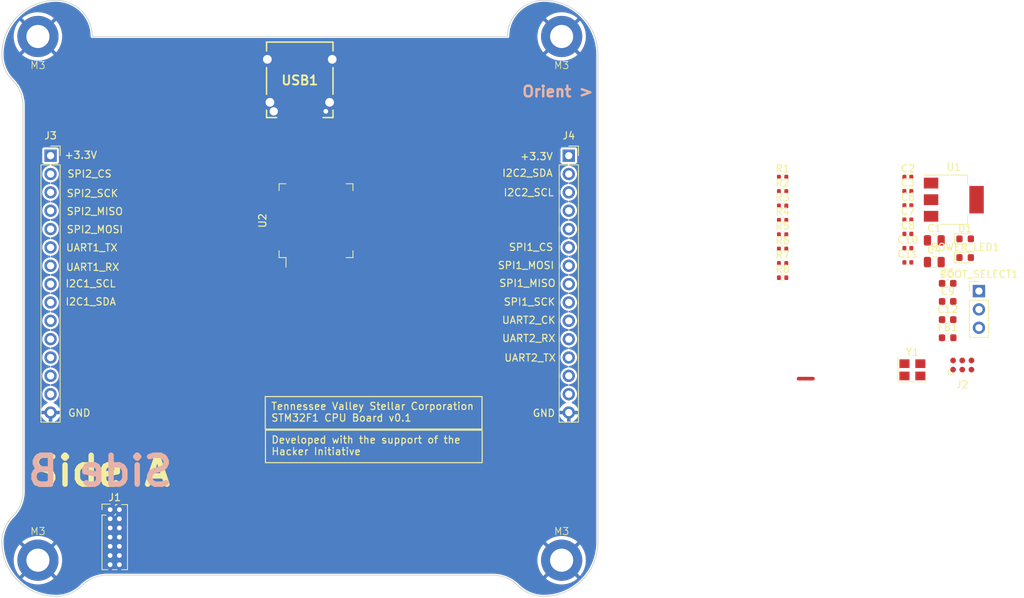
<source format=kicad_pcb>
(kicad_pcb (version 20221018) (generator pcbnew)
  (title_block (title "${BOARD_NAME}") (date "2024-04-03") (rev "v${PCB_VERSION}") (company "Tennessee Valley Stellar Corporation"))
  (layers (0 "F.Cu" signal) (31 "B.Cu" power) (34 "B.Paste" user) (35 "F.Paste" user) (36 "B.SilkS" user "B.Silkscreen") (37 "F.SilkS" user "F.Silkscreen") (38 "B.Mask" user) (39 "F.Mask" user) (44 "Edge.Cuts" user))
  (property "BOARD_NAME" "STM32F4 CPU Board")
  (property "PCB_VERSION" "0.1")
  (net 0 "")
  (net 1 "+3.3V")
  (net 2 "GND")
  (net 3 "+3.3VA")
  (net 4 "HSE_IN")
  (net 5 "VBUS")
  (net 6 "/PWR_LED_K")
  (net 7 "/DEBUG_LED")
  (net 8 "/DEBUG_LED_K")
  (net 9 "USB_D-")
  (net 10 "USB_D+")
  (net 11 "SW0")
  (net 12 "/sw_boot0")
  (net 13 "/BOOT0")
  (net 14 "HSE_OUT")
  (net 15 "SWCLK")
  (net 16 "SWDIO")
  (net 17 "I2C1_SDA")
  (net 18 "I2C1_SCL")
  (net 19 "I2C2_SDA")
  (net 20 "I2C2_SCL")
  (net 21 "SPI1_MOSI")
  (net 22 "SPI1_MISO")
  (net 23 "SPI1_SCK")
  (net 24 "SPI1_CS")
  (net 25 "NRST")
  (net 26 "PWM_4")
  (net 27 "PWM_5")
  (net 28 "PWM_1")
  (net 29 "PWM_2")
  (net 30 "PWM_3")
  (net 31 "USART1_CK")
  (net 32 "USART1_TX")
  (net 33 "USART1_RX")
  (net 37 "CAN1_TX")
  (net 38 "CAN1_RX")
  (net 39 "PWM_6")
  (net 42 "CAN2_TX")
  (net 43 "CAN2_RX")
  (net 46 "Net-(J1-T_SWO)")
  (net 51 "Net-(J2-T_SWO)")
  (footprint "Capacitor_SMD:C_0402_1005Metric" (layer "F.Cu") (at 225.43 99.834)
    (fp_text reference "C8" (at 0 -1.16) (layer "F.SilkS"))
    (fp_text value "100n")
    (fp_line (start -0.107836 -0.36) (end 0.107836 -0.36) (stroke (width 0.12)) (layer "F.SilkS"))
    (fp_line (start -0.107836 0.36) (end 0.107836 0.36) (stroke (width 0.12)) (layer "F.SilkS"))
    (pad "1" smd roundrect (at -0.48 0) (size 0.56 0.62) (layers "F.Cu" "F.Paste" "F.Mask") (net 1 "+3.3V"))
    (pad "2" smd roundrect (at 0.48 0) (size 0.56 0.62) (layers "F.Cu" "F.Paste" "F.Mask") (net 2 "GND"))
  )
  (footprint "Resistor_SMD:R_0402_1005Metric" (layer "F.Cu") (at 208.09 99.924)
    (fp_text reference "R5" (at 0 -1.17) (layer "F.SilkS"))
    (fp_text value "1k5")
    (fp_line (start -0.153641 -0.38) (end 0.153641 -0.38) (stroke (width 0.12)) (layer "F.SilkS"))
    (fp_line (start -0.153641 0.38) (end 0.153641 0.38) (stroke (width 0.12)) (layer "F.SilkS"))
    (pad "1" smd roundrect (at -0.51 0) (size 0.54 0.64) (layers "F.Cu" "F.Paste" "F.Mask") (net 1 "+3.3V"))
    (pad "2" smd roundrect (at 0.51 0) (size 0.54 0.64) (layers "F.Cu" "F.Paste" "F.Mask") (net 17 "I2C1_SDA"))
  )
  (footprint "Inductor_SMD:L_0603_1608Metric" (layer "F.Cu") (at 230.94 114.204)
    (fp_text reference "FB1" (at 0 -1.43) (layer "F.SilkS"))
    (fp_text value "120R")
    (fp_line (start -0.162779 -0.51) (end 0.162779 -0.51) (stroke (width 0.12)) (layer "F.SilkS"))
    (fp_line (start -0.162779 0.51) (end 0.162779 0.51) (stroke (width 0.12)) (layer "F.SilkS"))
    (pad "1" smd roundrect (at -0.7875 0) (size 0.875 0.95) (layers "F.Cu" "F.Paste" "F.Mask") (net 3 "+3.3VA"))
    (pad "2" smd roundrect (at 0.7875 0) (size 0.875 0.95) (layers "F.Cu" "F.Paste" "F.Mask") (net 1 "+3.3V"))
  )
  (footprint "Capacitor_SMD:C_0402_1005Metric" (layer "F.Cu") (at 225.43 101.804)
    (fp_text reference "C10" (at 0 -1.16) (layer "F.SilkS"))
    (fp_text value "100n")
    (fp_line (start -0.107836 -0.36) (end 0.107836 -0.36) (stroke (width 0.12)) (layer "F.SilkS"))
    (fp_line (start -0.107836 0.36) (end 0.107836 0.36) (stroke (width 0.12)) (layer "F.SilkS"))
    (pad "1" smd roundrect (at -0.48 0) (size 0.56 0.62) (layers "F.Cu" "F.Paste" "F.Mask") (net 1 "+3.3V"))
    (pad "2" smd roundrect (at 0.48 0) (size 0.56 0.62) (layers "F.Cu" "F.Paste" "F.Mask") (net 2 "GND"))
  )
  (footprint "Capacitor_SMD:C_0603_1608Metric" (layer "F.Cu") (at 230.94 106.674)
    (fp_text reference "C5" (at 0 -1.43) (layer "F.SilkS"))
    (fp_text value "10u")
    (fp_line (start -0.14058 -0.51) (end 0.14058 -0.51) (stroke (width 0.12)) (layer "F.SilkS"))
    (fp_line (start -0.14058 0.51) (end 0.14058 0.51) (stroke (width 0.12)) (layer "F.SilkS"))
    (pad "1" smd roundrect (at -0.775 0) (size 0.9 0.95) (layers "F.Cu" "F.Paste" "F.Mask") (net 1 "+3.3V"))
    (pad "2" smd roundrect (at 0.775 0) (size 0.9 0.95) (layers "F.Cu" "F.Paste" "F.Mask") (net 2 "GND"))
  )
  (footprint "Connector_PinHeader_2.54mm:PinHeader_1x03_P2.54mm_Vertical" (layer "F.Cu") (at 235.27 107.744)
    (fp_text reference "BOOT_SELECT1" (at 0 -2.33) (layer "F.SilkS"))
    (fp_text value "Conn_01x03_Pin")
    (fp_line (start -1.33 -1.33) (end 0 -1.33) (stroke (width 0.12)) (layer "F.SilkS"))
    (fp_line (start -1.33 0) (end -1.33 -1.33) (stroke (width 0.12)) (layer "F.SilkS"))
    (fp_line (start -1.33 1.27) (end -1.33 6.41) (stroke (width 0.12)) (layer "F.SilkS"))
    (fp_line (start -1.33 1.27) (end 1.33 1.27) (stroke (width 0.12)) (layer "F.SilkS"))
    (fp_line (start -1.33 6.41) (end 1.33 6.41) (stroke (width 0.12)) (layer "F.SilkS"))
    (fp_line (start 1.33 1.27) (end 1.33 6.41) (stroke (width 0.12)) (layer "F.SilkS"))
    (pad "1" thru_hole rect (at 0 0) (size 1.7 1.7) (drill 1) (layers "*.Cu" "*.Mask") (net 1 "+3.3V"))
    (pad "2" thru_hole oval (at 0 2.54) (size 1.7 1.7) (drill 1) (layers "*.Cu" "*.Mask") (net 12 "/sw_boot0"))
    (pad "3" thru_hole oval (at 0 5.08) (size 1.7 1.7) (drill 1) (layers "*.Cu" "*.Mask") (net 2 "GND"))
  )
  (footprint "Package_TO_SOT_SMD:SOT-223-3_TabPin2" (layer "F.Cu") (at 231.79 95.094)
    (fp_text reference "U1" (at 0 -4.5) (layer "F.SilkS"))
    (fp_text value "AMS1117-3.3")
    (fp_line (start -4.1 -3.41) (end 1.91 -3.41) (stroke (width 0.12)) (layer "F.SilkS"))
    (fp_line (start -1.85 3.41) (end 1.91 3.41) (stroke (width 0.12)) (layer "F.SilkS"))
    (fp_line (start 1.91 -3.41) (end 1.91 -2.15) (stroke (width 0.12)) (layer "F.SilkS"))
    (fp_line (start 1.91 3.41) (end 1.91 2.15) (stroke (width 0.12)) (layer "F.SilkS"))
    (pad "1" smd rect (at -3.15 -2.3) (size 2 1.5) (layers "F.Cu" "F.Paste" "F.Mask") (net 2 "GND"))
    (pad "2" smd rect (at -3.15 0) (size 2 1.5) (layers "F.Cu" "F.Paste" "F.Mask") (net 1 "+3.3V"))
    (pad "2" smd rect (at 3.15 0) (size 2 3.8) (layers "F.Cu" "F.Paste" "F.Mask") (net 1 "+3.3V"))
    (pad "3" smd rect (at -3.15 2.3) (size 2 1.5) (layers "F.Cu" "F.Paste" "F.Mask") (net 5 "VBUS"))
  )
  (footprint "Capacitor_SMD:C_0603_1608Metric" (layer "F.Cu") (at 230.94 109.184)
    (fp_text reference "C9" (at 0 -1.43) (layer "F.SilkS"))
    (fp_text value "1u")
    (fp_line (start -0.14058 -0.51) (end 0.14058 -0.51) (stroke (width 0.12)) (layer "F.SilkS"))
    (fp_line (start -0.14058 0.51) (end 0.14058 0.51) (stroke (width 0.12)) (layer "F.SilkS"))
    (pad "1" smd roundrect (at -0.775 0) (size 0.9 0.95) (layers "F.Cu" "F.Paste" "F.Mask") (net 3 "+3.3VA"))
    (pad "2" smd roundrect (at 0.775 0) (size 0.9 0.95) (layers "F.Cu" "F.Paste" "F.Mask") (net 2 "GND"))
  )
  (footprint "footprints:PCB_Shape" (layer "F.Cu") (at 100 150)
    (fp_text reference "PCB1" hide)
    (fp_text value "~" hide)
    (fp_text user "M3" (at 77.5 -9 unlocked) (layer "F.SilkS") (effects (font (thickness 0.1))))
    (fp_text user "M3" (at 5 -73.5 unlocked) (layer "F.SilkS") (effects (font (thickness 0.1))))
    (fp_text user "M3" (at 5 -9 unlocked) (layer "F.SilkS") (effects (font (thickness 0.1))))
    (fp_text user "M3" (at 77.5 -73.5 unlocked) (layer "F.SilkS") (effects (font (thickness 0.1))))
    (fp_poly (pts (arc (start 12.55 -77.500002) (mid 11.085534 -81.035536) (end 7.55 -82.500002)) (arc (start 7.55 -82.500002) (mid 2.2467 -80.303302) (end 0.05 -75.000002)) (arc (start 0.05 -75.000002) (mid 0.430603 -73.086585) (end 1.514466 -71.464468)) (arc (start 1.514466 -71.464468) (mid 2.598353 -69.842361) (end 2.978932 -67.928934)) (arc (start 2.978932 -14.571068) (mid 2.598328 -12.657652) (end 1.514466 -11.035534)) (arc (start 1.514466 -11.035534) (mid 0.430602 -9.413417) (end 0.05 -7.5)) (arc (start 0.05 -7.5) (mid 2.246699 -2.196699) (end 7.55 0)) (arc (start 7.55 0) (mid 9.463417 -0.380602) (end 11.085534 -1.464466)) (arc (start 11.085534 -1.464466) (mid 12.707654 -2.548323) (end 14.621068 -2.928932)) (arc (start 67.978932 -2.928934) (mid 69.892348 -2.54833) (end 71.514466 -1.464468)) (arc (start 71.514466 -1.464468) (mid 73.136583 -0.380604) (end 75.05 -0.000002)) (arc (start 75.05 -0.000002) (mid 80.353302 -2.1967) (end 82.55 -7.500002)) (arc (start 82.55 -75.000002) (mid 80.353302 -80.303302) (end 75.050002 -82.500002)) (arc (start 75.050002 -82.500002) (mid 71.514467 -81.035535) (end 70.05 -77.5))) (stroke (width 0.05)) (fill none) (layer "Edge.Cuts"))
    (pad "1" thru_hole circle (at 5 -77.5) (size 3.6 3.6) (drill 3.2) (layers "*.Cu" "*.Mask") (net 2 "GND"))
    (pad "1" connect circle (at 5 -77.5) (size 5.7 5.7) (layers "F.Cu" "F.Mask") (net 2 "GND"))
    (pad "1" connect circle (at 5 -77.5) (size 5.7 5.7) (layers "B.Cu" "B.Mask") (net 2 "GND"))
    (pad "1" connect circle (at 5 -5) (size 5.7 5.7) (layers "F.Cu" "F.Mask") (net 2 "GND"))
    (pad "1" connect circle (at 5 -5) (size 5.7 5.7) (layers "B.Cu" "B.Mask") (net 2 "GND"))
    (pad "1" connect circle (at 77.5 -77.5) (size 5.7 5.7) (layers "F.Cu" "F.Mask") (net 2 "GND"))
    (pad "1" connect circle (at 77.5 -77.5) (size 5.7 5.7) (layers "B.Cu" "B.Mask") (net 2 "GND"))
    (pad "1" connect circle (at 77.5 -5) (size 5.7 5.7) (layers "F.Cu" "F.Mask") (net 2 "GND"))
    (pad "1" connect circle (at 77.5 -5) (size 5.7 5.7) (layers "B.Cu" "B.Mask") (net 2 "GND"))
    (pad "2" thru_hole circle (at 77.5 -77.5) (size 3.6 3.6) (drill 3.2) (layers "*.Cu" "*.Mask") (net 2 "GND"))
    (pad "3" thru_hole circle (at 77.5 -5) (size 3.6 3.6) (drill 3.2) (layers "*.Cu" "*.Mask") (net 2 "GND"))
    (pad "4" thru_hole circle (at 5 -5) (size 3.6 3.6) (drill 3.2) (layers "*.Cu" "*.Mask") (net 2 "GND"))
  )
  (footprint "Capacitor_SMD:C_0402_1005Metric" (layer "F.Cu") (at 225.43 97.864)
    (fp_text reference "C7" (at 0 -1.16) (layer "F.SilkS"))
    (fp_text value "10n")
    (fp_line (start -0.107836 -0.36) (end 0.107836 -0.36) (stroke (width 0.12)) (layer "F.SilkS"))
    (fp_line (start -0.107836 0.36) (end 0.107836 0.36) (stroke (width 0.12)) (layer "F.SilkS"))
    (pad "1" smd roundrect (at -0.48 0) (size 0.56 0.62) (layers "F.Cu" "F.Paste" "F.Mask") (net 3 "+3.3VA"))
    (pad "2" smd roundrect (at 0.48 0) (size 0.56 0.62) (layers "F.Cu" "F.Paste" "F.Mask") (net 2 "GND"))
  )
  (footprint "Capacitor_SMD:C_0603_1608Metric" (layer "F.Cu") (at 230.94 111.694)
    (fp_text reference "C12" (at 0 -1.43) (layer "F.SilkS"))
    (fp_text value "1u")
    (fp_line (start -0.14058 -0.51) (end 0.14058 -0.51) (stroke (width 0.12)) (layer "F.SilkS"))
    (fp_line (start -0.14058 0.51) (end 0.14058 0.51) (stroke (width 0.12)) (layer "F.SilkS"))
    (pad "1" smd roundrect (at -0.775 0) (size 0.9 0.95) (layers "F.Cu" "F.Paste" "F.Mask") (net 1 "+3.3V"))
    (pad "2" smd roundrect (at 0.775 0) (size 0.9 0.95) (layers "F.Cu" "F.Paste" "F.Mask") (net 2 "GND"))
  )
  (footprint "NetTie:NetTie-3_SMD_Pad0.5mm" (layer "F.Cu") (at 211.295 119.869)
    (fp_text reference "NT1" hide)
    (fp_text value "SWO_Tie" hide)
    (fp_poly (pts (xy -1 -0.25) (xy 1 -0.25) (xy 1 0.25) (xy -1 0.25)) (fill solid) (layer "F.Cu"))
    (pad "1" smd circle (at -1 0) (size 0.5 0.5) (layers "F.Cu") (net 46 "Net-(J1-T_SWO)"))
    (pad "2" smd circle (at 0 0) (size 0.5 0.5) (layers "F.Cu") (net 51 "Net-(J2-T_SWO)"))
    (pad "3" smd circle (at 1 0) (size 0.5 0.5) (layers "F.Cu") (net 11 "SW0"))
  )
  (footprint "Resistor_SMD:R_0402_1005Metric" (layer "F.Cu") (at 208.09 105.894)
    (fp_text reference "R8" (at 0 -1.17) (layer "F.SilkS"))
    (fp_text value "10k")
    (fp_line (start -0.153641 -0.38) (end 0.153641 -0.38) (stroke (width 0.12)) (layer "F.SilkS"))
    (fp_line (start -0.153641 0.38) (end 0.153641 0.38) (stroke (width 0.12)) (layer "F.SilkS"))
    (pad "1" smd roundrect (at -0.51 0) (size 0.54 0.64) (layers "F.Cu" "F.Paste" "F.Mask") (net 12 "/sw_boot0"))
    (pad "2" smd roundrect (at 0.51 0) (size 0.54 0.64) (layers "F.Cu" "F.Paste" "F.Mask") (net 13 "/BOOT0"))
  )
  (footprint "Capacitor_SMD:C_0402_1005Metric" (layer "F.Cu") (at 225.43 95.894)
    (fp_text reference "C6" (at 0 -1.16) (layer "F.SilkS"))
    (fp_text value "100n")
    (fp_line (start -0.107836 -0.36) (end 0.107836 -0.36) (stroke (width 0.12)) (layer "F.SilkS"))
    (fp_line (start -0.107836 0.36) (end 0.107836 0.36) (stroke (width 0.12)) (layer "F.SilkS"))
    (pad "1" smd roundrect (at -0.48 0) (size 0.56 0.62) (layers "F.Cu" "F.Paste" "F.Mask") (net 1 "+3.3V"))
    (pad "2" smd roundrect (at 0.48 0) (size 0.56 0.62) (layers "F.Cu" "F.Paste" "F.Mask") (net 2 "GND"))
  )
  (footprint "Crystal:Crystal_SMD_3225-4Pin_3.2x2.5mm" (layer "F.Cu") (at 226.06 118.644)
    (fp_text reference "Y1" (at 0 -2.45) (layer "F.SilkS"))
    (fp_text value "16MHz")
    (fp_line (start -2 -1.65) (end -2 1.65) (stroke (width 0.12)) (layer "F.SilkS"))
    (fp_line (start -2 1.65) (end 2 1.65) (stroke (width 0.12)) (layer "F.SilkS"))
    (pad "1" smd rect (at -1.1 0.85) (size 1.4 1.2) (layers "F.Cu" "F.Paste" "F.Mask") (net 4 "HSE_IN"))
    (pad "2" smd rect (at 1.1 0.85) (size 1.4 1.2) (layers "F.Cu" "F.Paste" "F.Mask") (net 2 "GND"))
    (pad "3" smd rect (at 1.1 -0.85) (size 1.4 1.2) (layers "F.Cu" "F.Paste" "F.Mask") (net 14 "HSE_OUT"))
    (pad "4" smd rect (at -1.1 -0.85) (size 1.4 1.2) (layers "F.Cu" "F.Paste" "F.Mask") (net 2 "GND"))
  )
  (footprint "LED_SMD:LED_0603_1608Metric" (layer "F.Cu") (at 233.36 100.514)
    (fp_text reference "D1" (at 0 -1.43) (layer "F.SilkS"))
    (fp_text value "DEBUG_LED1")
    (fp_line (start -1.485 -0.735) (end -1.485 0.735) (stroke (width 0.12)) (layer "F.SilkS"))
    (fp_line (start -1.485 0.735) (end 0.8 0.735) (stroke (width 0.12)) (layer "F.SilkS"))
    (fp_line (start 0.8 -0.735) (end -1.485 -0.735) (stroke (width 0.12)) (layer "F.SilkS"))
    (pad "1" smd roundrect (at -0.7875 0) (size 0.875 0.95) (layers "F.Cu" "F.Paste" "F.Mask") (net 8 "/DEBUG_LED_K"))
    (pad "2" smd roundrect (at 0.7875 0) (size 0.875 0.95) (layers "F.Cu" "F.Paste" "F.Mask") (net 7 "/DEBUG_LED"))
  )
  (footprint "Capacitor_SMD:C_0402_1005Metric" (layer "F.Cu") (at 225.43 93.924)
    (fp_text reference "C3" (at 0 -1.16) (layer "F.SilkS"))
    (fp_text value "10p")
    (fp_line (start -0.107836 -0.36) (end 0.107836 -0.36) (stroke (width 0.12)) (layer "F.SilkS"))
    (fp_line (start -0.107836 0.36) (end 0.107836 0.36) (stroke (width 0.12)) (layer "F.SilkS"))
    (pad "1" smd roundrect (at -0.48 0) (size 0.56 0.62) (layers "F.Cu" "F.Paste" "F.Mask") (net 14 "HSE_OUT"))
    (pad "2" smd roundrect (at 0.48 0) (size 0.56 0.62) (layers "F.Cu" "F.Paste" "F.Mask") (net 2 "GND"))
  )
  (footprint "Connector_PinSocket_2.54mm:PinSocket_1x15_P2.54mm_Vertical" (layer "F.Cu") (at 106.75 89)
    (fp_text reference "J3" (at 0 -2.77) (layer "F.SilkS"))
    (fp_text value "Conn_01x15_Pin")
    (fp_line (start -1.33 1.27) (end -1.33 36.89) (stroke (width 0.12)) (layer "F.SilkS"))
    (fp_line (start -1.33 1.27) (end 1.33 1.27) (stroke (width 0.12)) (layer "F.SilkS"))
    (fp_line (start -1.33 36.89) (end 1.33 36.89) (stroke (width 0.12)) (layer "F.SilkS"))
    (fp_line (start 0 -1.33) (end 1.33 -1.33) (stroke (width 0.12)) (layer "F.SilkS"))
    (fp_line (start 1.33 -1.33) (end 1.33 0) (stroke (width 0.12)) (layer "F.SilkS"))
    (fp_line (start 1.33 1.27) (end 1.33 36.89) (stroke (width 0.12)) (layer "F.SilkS"))
    (pad "1" thru_hole rect (at 0 0) (size 1.7 1.7) (drill 1) (layers "*.Cu" "*.Mask") (net 1 "+3.3V"))
    (pad "2" thru_hole oval (at 0 2.54) (size 1.7 1.7) (drill 1) (layers "*.Cu" "*.Mask") (net 18 "I2C1_SCL"))
    (pad "3" thru_hole oval (at 0 5.08) (size 1.7 1.7) (drill 1) (layers "*.Cu" "*.Mask") (net 17 "I2C1_SDA"))
    (pad "4" thru_hole oval (at 0 7.62) (size 1.7 1.7) (drill 1) (layers "*.Cu" "*.Mask") (net 31 "USART1_CK"))
    (pad "5" thru_hole oval (at 0 10.16) (size 1.7 1.7) (drill 1) (layers "*.Cu" "*.Mask") (net 32 "USART1_TX"))
    (pad "6" thru_hole oval (at 0 12.7) (size 1.7 1.7) (drill 1) (layers "*.Cu" "*.Mask") (net 33 "USART1_RX"))
    (pad "7" thru_hole oval (at 0 15.24) (size 1.7 1.7) (drill 1) (layers "*.Cu" "*.Mask"))
    (pad "8" thru_hole oval (at 0 17.78) (size 1.7 1.7) (drill 1) (layers "*.Cu" "*.Mask"))
    (pad "9" thru_hole oval (at 0 20.32) (size 1.7 1.7) (drill 1) (layers "*.Cu" "*.Mask"))
    (pad "10" thru_hole oval (at 0 22.86) (size 1.7 1.7) (drill 1) (layers "*.Cu" "*.Mask") (net 37 "CAN1_TX"))
    (pad "11" thru_hole oval (at 0 25.4) (size 1.7 1.7) (drill 1) (layers "*.Cu" "*.Mask") (net 38 "CAN1_RX"))
    (pad "12" thru_hole oval (at 0 27.94) (size 1.7 1.7) (drill 1) (layers "*.Cu" "*.Mask") (net 26 "PWM_4"))
    (pad "13" thru_hole oval (at 0 30.48) (size 1.7 1.7) (drill 1) (layers "*.Cu" "*.Mask") (net 27 "PWM_5"))
    (pad "14" thru_hole oval (at 0 33.02) (size 1.7 1.7) (drill 1) (layers "*.Cu" "*.Mask") (net 39 "PWM_6"))
    (pad "15" thru_hole oval (at 0 35.56) (size 1.7 1.7) (drill 1) (layers "*.Cu" "*.Mask") (net 2 "GND"))
  )
  (footprint "Resistor_SMD:R_0402_1005Metric" (layer "F.Cu") (at 208.09 103.904)
    (fp_text reference "R7" (at 0 -1.17) (layer "F.SilkS"))
    (fp_text value "1k5")
    (fp_line (start -0.153641 -0.38) (end 0.153641 -0.38) (stroke (width 0.12)) (layer "F.SilkS"))
    (fp_line (start -0.153641 0.38) (end 0.153641 0.38) (stroke (width 0.12)) (layer "F.SilkS"))
    (pad "1" smd roundrect (at -0.51 0) (size 0.54 0.64) (layers "F.Cu" "F.Paste" "F.Mask") (net 8 "/DEBUG_LED_K"))
    (pad "2" smd roundrect (at 0.51 0) (size 0.54 0.64) (layers "F.Cu" "F.Paste" "F.Mask") (net 2 "GND"))
  )
  (footprint "Resistor_SMD:R_0402_1005Metric" (layer "F.Cu") (at 208.09 91.964)
    (fp_text reference "R1" (at 0 -1.17) (layer "F.SilkS"))
    (fp_text value "1k5")
    (fp_line (start -0.153641 -0.38) (end 0.153641 -0.38) (stroke (width 0.12)) (layer "F.SilkS"))
    (fp_line (start -0.153641 0.38) (end 0.153641 0.38) (stroke (width 0.12)) (layer "F.SilkS"))
    (pad "1" smd roundrect (at -0.51 0) (size 0.54 0.64) (layers "F.Cu" "F.Paste" "F.Mask") (net 1 "+3.3V"))
    (pad "2" smd roundrect (at 0.51 0) (size 0.54 0.64) (layers "F.Cu" "F.Paste" "F.Mask") (net 10 "USB_D+"))
  )
  (footprint "Connector:Tag-Connect_TC2030-IDC-NL_2x03_P1.27mm_Vertical" (layer "F.Cu") (at 232.96 117.984)
    (fp_text reference "J2" (at 0 2.7) (layer "F.SilkS"))
    (fp_text value "STLINK_TagConnect_6")
    (fp_line (start -1.905 1.27) (end -1.905 0.635) (stroke (width 0.12)) (layer "F.SilkS"))
    (fp_line (start -1.27 1.27) (end -1.905 1.27) (stroke (width 0.12)) (layer "F.SilkS"))
    (pad "" np_thru_hole circle (at -2.54 0) (size 0.9906 0.9906) (drill 0.9906) (layers "*.Cu" "*.Mask"))
    (pad "" np_thru_hole circle (at 2.54 -1.016) (size 0.9906 0.9906) (drill 0.9906) (layers "*.Cu" "*.Mask"))
    (pad "" np_thru_hole circle (at 2.54 1.016) (size 0.9906 0.9906) (drill 0.9906) (layers "*.Cu" "*.Mask"))
    (pad "1" connect circle (at -1.27 0.635) (size 0.7874 0.7874) (layers "F.Cu" "F.Mask") (net 1 "+3.3V"))
    (pad "2" connect circle (at -1.27 -0.635) (size 0.7874 0.7874) (layers "F.Cu" "F.Mask") (net 16 "SWDIO"))
    (pad "3" connect circle (at 0 0.635) (size 0.7874 0.7874) (layers "F.Cu" "F.Mask") (net 25 "NRST"))
    (pad "4" connect circle (at 0 -0.635) (size 0.7874 0.7874) (layers "F.Cu" "F.Mask") (net 15 "SWCLK"))
    (pad "5" connect circle (at 1.27 0.635) (size 0.7874 0.7874) (layers "F.Cu" "F.Mask") (net 2 "GND"))
    (pad "6" connect circle (at 1.27 -0.635) (size 0.7874 0.7874) (layers "F.Cu" "F.Mask") (net 51 "Net-(J2-T_SWO)"))
  )
  (footprint "Resistor_SMD:R_0402_1005Metric" (layer "F.Cu") (at 208.09 101.914)
    (fp_text reference "R6" (at 0 -1.17) (layer "F.SilkS"))
    (fp_text value "1k5")
    (fp_line (start -0.153641 -0.38) (end 0.153641 -0.38) (stroke (width 0.12)) (layer "F.SilkS"))
    (fp_line (start -0.153641 0.38) (end 0.153641 0.38) (stroke (width 0.12)) (layer "F.SilkS"))
    (pad "1" smd roundrect (at -0.51 0) (size 0.54 0.64) (layers "F.Cu" "F.Paste" "F.Mask") (net 1 "+3.3V"))
    (pad "2" smd roundrect (at 0.51 0) (size 0.54 0.64) (layers "F.Cu" "F.Paste" "F.Mask") (net 19 "I2C2_SDA"))
  )
  (footprint "LED_SMD:LED_0603_1608Metric" (layer "F.Cu") (at 233.36 103.104)
    (fp_text reference "POWER_LED1" (at 0 -1.43) (layer "F.SilkS"))
    (fp_text value "POWER_LED")
    (fp_line (start -1.485 -0.735) (end -1.485 0.735) (stroke (width 0.12)) (layer "F.SilkS"))
    (fp_line (start -1.485 0.735) (end 0.8 0.735) (stroke (width 0.12)) (layer "F.SilkS"))
    (fp_line (start 0.8 -0.735) (end -1.485 -0.735) (stroke (width 0.12)) (layer "F.SilkS"))
    (pad "1" smd roundrect (at -0.7875 0) (size 0.875 0.95) (layers "F.Cu" "F.Paste" "F.Mask") (net 6 "/PWR_LED_K"))
    (pad "2" smd roundrect (at 0.7875 0) (size 0.875 0.95) (layers "F.Cu" "F.Paste" "F.Mask") (net 1 "+3.3V"))
  )
  (footprint "Resistor_SMD:R_0402_1005Metric" (layer "F.Cu") (at 208.09 93.954)
    (fp_text reference "R2" (at 0 -1.17) (layer "F.SilkS"))
    (fp_text value "1k5")
    (fp_line (start -0.153641 -0.38) (end 0.153641 -0.38) (stroke (width 0.12)) (layer "F.SilkS"))
    (fp_line (start -0.153641 0.38) (end 0.153641 0.38) (stroke (width 0.12)) (layer "F.SilkS"))
    (pad "1" smd roundrect (at -0.51 0) (size 0.54 0.64) (layers "F.Cu" "F.Paste" "F.Mask") (net 6 "/PWR_LED_K"))
    (pad "2" smd roundrect (at 0.51 0) (size 0.54 0.64) (layers "F.Cu" "F.Paste" "F.Mask") (net 2 "GND"))
  )
  (footprint "Capacitor_SMD:C_0402_1005Metric" (layer "F.Cu") (at 225.43 103.774)
    (fp_text reference "C11" (at 0 -1.16) (layer "F.SilkS"))
    (fp_text value "100n")
    (fp_line (start -0.107836 -0.36) (end 0.107836 -0.36) (stroke (width 0.12)) (layer "F.SilkS"))
    (fp_line (start -0.107836 0.36) (end 0.107836 0.36) (stroke (width 0.12)) (layer "F.SilkS"))
    (pad "1" smd roundrect (at -0.48 0) (size 0.56 0.62) (layers "F.Cu" "F.Paste" "F.Mask") (net 1 "+3.3V"))
    (pad "2" smd roundrect (at 0.48 0) (size 0.56 0.62) (layers "F.Cu" "F.Paste" "F.Mask") (net 2 "GND"))
  )
  (footprint "Package_QFP:LQFP-64_10x10mm_P0.5mm" (layer "F.Cu") (at 143.5 98 90)
    (fp_text reference "U2" (at 0 -7.4 90) (layer "F.SilkS"))
    (fp_text value "STM32F405RGT6")
    (fp_line (start -5.11 -5.11) (end -5.11 -4.16) (stroke (width 0.12)) (layer "F.SilkS"))
    (fp_line (start -5.11 -4.16) (end -6.45 -4.16) (stroke (width 0.12)) (layer "F.SilkS"))
    (fp_line (start -5.11 5.11) (end -5.11 4.16) (stroke (width 0.12)) (layer "F.SilkS"))
    (fp_line (start -4.16 -5.11) (end -5.11 -5.11) (stroke (width 0.12)) (layer "F.SilkS"))
    (fp_line (start -4.16 5.11) (end -5.11 5.11) (stroke (width 0.12)) (layer "F.SilkS"))
    (fp_line (start 4.16 -5.11) (end 5.11 -5.11) (stroke (width 0.12)) (layer "F.SilkS"))
    (fp_line (start 4.16 5.11) (end 5.11 5.11) (stroke (width 0.12)) (layer "F.SilkS"))
    (fp_line (start 5.11 -5.11) (end 5.11 -4.16) (stroke (width 0.12)) (layer "F.SilkS"))
    (fp_line (start 5.11 5.11) (end 5.11 4.16) (stroke (width 0.12)) (layer "F.SilkS"))
    (pad "1" smd roundrect (at -5.675 -3.75 90) (size 1.55 0.3) (layers "F.Cu" "F.Paste" "F.Mask"))
    (pad "2" smd roundrect (at -5.675 -3.25 90) (size 1.55 0.3) (layers "F.Cu" "F.Paste" "F.Mask"))
    (pad "3" smd roundrect (at -5.675 -2.75 90) (size 1.55 0.3) (layers "F.Cu" "F.Paste" "F.Mask"))
    (pad "4" smd roundrect (at -5.675 -2.25 90) (size 1.55 0.3) (layers "F.Cu" "F.Paste" "F.Mask"))
    (pad "5" smd roundrect (at -5.675 -1.75 90) (size 1.55 0.3) (layers "F.Cu" "F.Paste" "F.Mask") (net 14 "HSE_OUT"))
    (pad "6" smd roundrect (at -5.675 -1.25 90) (size 1.55 0.3) (layers "F.Cu" "F.Paste" "F.Mask") (net 4 "HSE_IN"))
    (pad "7" smd roundrect (at -5.675 -0.75 90) (size 1.55 0.3) (layers "F.Cu" "F.Paste" "F.Mask") (net 25 "NRST"))
    (pad "8" smd roundrect (at -5.675 -0.25 90) (size 1.55 0.3) (layers "F.Cu" "F.Paste" "F.Mask") (net 7 "/DEBUG_LED"))
    (pad "9" smd roundrect (at -5.675 0.25 90) (size 1.55 0.3) (layers "F.Cu" "F.Paste" "F.Mask"))
    (pad "10" smd roundrect (at -5.675 0.75 90) (size 1.55 0.3) (layers "F.Cu" "F.Paste" "F.Mask"))
    (pad "11" smd roundrect (at -5.675 1.25 90) (size 1.55 0.3) (layers "F.Cu" "F.Paste" "F.Mask"))
    (pad "12" smd roundrect (at -5.675 1.75 90) (size 1.55 0.3) (layers "F.Cu" "F.Paste" "F.Mask") (net 2 "GND"))
    (pad "13" smd roundrect (at -5.675 2.25 90) (size 1.55 0.3) (layers "F.Cu" "F.Paste" "F.Mask") (net 3 "+3.3VA"))
    (pad "14" smd roundrect (at -5.675 2.75 90) (size 1.55 0.3) (layers "F.Cu" "F.Paste" "F.Mask"))
    (pad "15" smd roundrect (at -5.675 3.25 90) (size 1.55 0.3) (layers "F.Cu" "F.Paste" "F.Mask"))
    (pad "16" smd roundrect (at -5.675 3.75 90) (size 1.55 0.3) (layers "F.Cu" "F.Paste" "F.Mask"))
    (pad "17" smd roundrect (at -3.75 5.675 90) (size 0.3 1.55) (layers "F.Cu" "F.Paste" "F.Mask"))
    (pad "18" smd roundrect (at -3.25 5.675 90) (size 0.3 1.55) (layers "F.Cu" "F.Paste" "F.Mask") (net 2 "GND"))
    (pad "19" smd roundrect (at -2.75 5.675 90) (size 0.3 1.55) (layers "F.Cu" "F.Paste" "F.Mask") (net 1 "+3.3V"))
    (pad "20" smd roundrect (at -2.25 5.675 90) (size 0.3 1.55) (layers "F.Cu" "F.Paste" "F.Mask") (net 24 "SPI1_CS"))
    (pad "21" smd roundrect (at -1.75 5.675 90) (size 0.3 1.55) (layers "F.Cu" "F.Paste" "F.Mask") (net 23 "SPI1_SCK"))
    (pad "22" smd roundrect (at -1.25 5.675 90) (size 0.3 1.55) (layers "F.Cu" "F.Paste" "F.Mask") (net 22 "SPI1_MISO"))
    (pad "23" smd roundrect (at -0.75 5.675 90) (size 0.3 1.55) (layers "F.Cu" "F.Paste" "F.Mask") (net 21 "SPI1_MOSI"))
    (pad "24" smd roundrect (at -0.25 5.675 90) (size 0.3 1.55) (layers "F.Cu" "F.Paste" "F.Mask"))
    (pad "25" smd roundrect (at 0.25 5.675 90) (size 0.3 1.55) (layers "F.Cu" "F.Paste" "F.Mask") (net 39 "PWM_6"))
    (pad "26" smd roundrect (at 0.75 5.675 90) (size 0.3 1.55) (layers "F.Cu" "F.Paste" "F.Mask") (net 27 "PWM_5"))
    (pad "27" smd roundrect (at 1.25 5.675 90) (size 0.3 1.55) (layers "F.Cu" "F.Paste" "F.Mask") (net 26 "PWM_4"))
    (pad "28" smd roundrect (at 1.75 5.675 90) (size 0.3 1.55) (layers "F.Cu" "F.Paste" "F.Mask"))
    (pad "29" smd roundrect (at 2.25 5.675 90) (size 0.3 1.55) (layers "F.Cu" "F.Paste" "F.Mask") (net 20 "I2C2_SCL"))
    (pad "30" smd roundrect (at 2.75 5.675 90) (size 0.3 1.55) (layers "F.Cu" "F.Paste" "F.Mask") (net 19 "I2C2_SDA"))
    (pad "31" smd roundrect (at 3.25 5.675 90) (size 0.3 1.55) (layers "F.Cu" "F.Paste" "F.Mask"))
    (pad "32" smd roundrect (at 3.75 5.675 90) (size 0.3 1.55) (layers "F.Cu" "F.Paste" "F.Mask") (net 1 "+3.3V"))
    (pad "33" smd roundrect (at 5.675 3.75 90) (size 1.55 0.3) (layers "F.Cu" "F.Paste" "F.Mask") (net 43 "CAN2_RX"))
    (pad "34" smd roundrect (at 5.675 3.25 90) (size 1.55 0.3) (layers "F.Cu" "F.Paste" "F.Mask") (net 42 "CAN2_TX"))
    (pad "35" smd roundrect (at 5.675 2.75 90) (size 1.55 0.3) (layers "F.Cu" "F.Paste" "F.Mask"))
    (pad "36" smd roundrect (at 5.675 2.25 90) (size 1.55 0.3) (layers "F.Cu" "F.Paste" "F.Mask"))
    (pad "37" smd roundrect (at 5.675 1.75 90) (size 1.55 0.3) (layers "F.Cu" "F.Paste" "F.Mask"))
    (pad "38" smd roundrect (at 5.675 1.25 90) (size 1.55 0.3) (layers "F.Cu" "F.Paste" "F.Mask"))
    (pad "39" smd roundrect (at 5.675 0.75 90) (size 1.55 0.3) (layers "F.Cu" "F.Paste" "F.Mask"))
    (pad "40" smd roundrect (at 5.675 0.25 90) (size 1.55 0.3) (layers "F.Cu" "F.Paste" "F.Mask"))
    (pad "41" smd roundrect (at 5.675 -0.25 90) (size 1.55 0.3) (layers "F.Cu" "F.Paste" "F.Mask") (net 31 "USART1_CK"))
    (pad "42" smd roundrect (at 5.675 -0.75 90) (size 1.55 0.3) (layers "F.Cu" "F.Paste" "F.Mask") (net 32 "USART1_TX"))
    (pad "43" smd roundrect (at 5.675 -1.25 90) (size 1.55 0.3) (layers "F.Cu" "F.Paste" "F.Mask") (net 33 "USART1_RX"))
    (pad "44" smd roundrect (at 5.675 -1.75 90) (size 1.55 0.3) (layers "F.Cu" "F.Paste" "F.Mask") (net 9 "USB_D-"))
    (pad "45" smd roundrect (at 5.675 -2.25 90) (size 1.55 0.3) (layers "F.Cu" "F.Paste" "F.Mask") (net 10 "USB_D+"))
    (pad "46" smd roundrect (at 5.675 -2.75 90) (size 1.55 0.3) (layers "F.Cu" "F.Paste" "F.Mask") (net 16 "SWDIO"))
    (pad "47" smd roundrect (at 5.675 -3.25 90) (size 1.55 0.3) (layers "F.Cu" "F.Paste" "F.Mask"))
    (pad "48" smd roundrect (at 5.675 -3.75 90) (size 1.55 0.3) (layers "F.Cu" "F.Paste" "F.Mask") (net 1 "+3.3V"))
    (pad "49" smd roundrect (at 3.75 -5.675 90) (size 0.3 1.55) (layers "F.Cu" "F.Paste" "F.Mask") (net 15 "SWCLK"))
    (pad "50" smd roundrect (at 3.25 -5.675 90) (size 0.3 1.55) (layers "F.Cu" "F.Paste" "F.Mask"))
    (pad "51" smd roundrect (at 2.75 -5.675 90) (size 0.3 1.55) (layers "F.Cu" "F.Paste" "F.Mask") (net 28 "PWM_1"))
    (pad "52" smd roundrect (at 2.25 -5.675 90) (size 0.3 1.55) (layers "F.Cu" "F.Paste" "F.Mask") (net 29 "PWM_2"))
    (pad "53" smd roundrect (at 1.75 -5.675 90) (size 0.3 1.55) (layers "F.Cu" "F.Paste" "F.Mask") (net 30 "PWM_3"))
    (pad "54" smd roundrect (at 1.25 -5.675 90) (size 0.3 1.55) (layers "F.Cu" "F.Paste" "F.Mask"))
    (pad "55" smd roundrect (at 0.75 -5.675 90) (size 0.3 1.55) (layers "F.Cu" "F.Paste" "F.Mask") (net 11 "SW0"))
    (pad "56" smd roundrect (at 0.25 -5.675 90) (size 0.3 1.55) (layers "F.Cu" "F.Paste" "F.Mask"))
    (pad "57" smd roundrect (at -0.25 -5.675 90) (size 0.3 1.55) (layers "F.Cu" "F.Paste" "F.Mask"))
    (pad "58" smd roundrect (at -0.75 -5.675 90) (size 0.3 1.55) (layers "F.Cu" "F.Paste" "F.Mask") (net 18 "I2C1_SCL"))
    (pad "59" smd roundrect (at -1.25 -5.675 90) (size 0.3 1.55) (layers "F.Cu" "F.Paste" "F.Mask") (net 17 "I2C1_SDA"))
    (pad "60" smd roundrect (at -1.75 -5.675 90) (size 0.3 1.55) (layers "F.Cu" "F.Paste" "F.Mask") (net 13 "/BOOT0"))
    (pad "61" smd roundrect (at -2.25 -5.675 90) (size 0.3 1.55) (layers "F.Cu" "F.Paste" "F.Mask") (net 38 "CAN1_RX"))
    (pad "62" smd roundrect (at -2.75 -5.675 90) (size 0.3 1.55) (layers "F.Cu" "F.Paste" "F.Mask") (net 37 "CAN1_TX"))
    (pad "63" smd roundrect (at -3.25 -5.675 90) (size 0.3 1.55) (layers "F.Cu" "F.Paste" "F.Mask") (net 2 "GND"))
    (pad "64" smd roundrect (at -3.75 -5.675 90) (size 0.3 1.55) (layers "F.Cu" "F.Paste" "F.Mask") (net 1 "+3.3V"))
  )
  (footprint "Resistor_SMD:R_0402_1005Metric" (layer "F.Cu") (at 208.09 95.944)
    (fp_text reference "R3" (at 0 -1.17) (layer "F.SilkS"))
    (fp_text value "1k5")
    (fp_line (start -0.153641 -0.38) (end 0.153641 -0.38) (stroke (width 0.12)) (layer "F.SilkS"))
    (fp_line (start -0.153641 0.38) (end 0.153641 0.38) (stroke (width 0.12)) (layer "F.SilkS"))
    (pad "1" smd roundrect (at -0.51 0) (size 0.54 0.64) (layers "F.Cu" "F.Paste" "F.Mask") (net 1 "+3.3V"))
    (pad "2" smd roundrect (at 0.51 0) (size 0.54 0.64) (layers "F.Cu" "F.Paste" "F.Mask") (net 18 "I2C1_SCL"))
  )
  (footprint "Capacitor_SMD:C_0402_1005Metric" (layer "F.Cu") (at 225.43 91.954)
    (fp_text reference "C2" (at 0 -1.16) (layer "F.SilkS"))
    (fp_text value "10p")
    (fp_line (start -0.107836 -0.36) (end 0.107836 -0.36) (stroke (width 0.12)) (layer "F.SilkS"))
    (fp_line (start -0.107836 0.36) (end 0.107836 0.36) (stroke (width 0.12)) (layer "F.SilkS"))
    (pad "1" smd roundrect (at -0.48 0) (size 0.56 0.62) (layers "F.Cu" "F.Paste" "F.Mask") (net 4 "HSE_IN"))
    (pad "2" smd roundrect (at 0.48 0) (size 0.56 0.62) (layers "F.Cu" "F.Paste" "F.Mask") (net 2 "GND"))
  )
  (footprint "Capacitor_SMD:C_0805_2012Metric" (layer "F.Cu") (at 229.09 100.724)
    (fp_text reference "C1" (at 0 -1.68) (layer "F.SilkS"))
    (fp_text value "22u")
    (fp_line (start -0.261252 -0.735) (end 0.261252 -0.735) (stroke (width 0.12)) (layer "F.SilkS"))
    (fp_line (start -0.261252 0.735) (end 0.261252 0.735) (stroke (width 0.12)) (layer "F.SilkS"))
    (pad "1" smd roundrect (at -0.95 0) (size 1 1.45) (layers "F.Cu" "F.Paste" "F.Mask") (net 5 "VBUS"))
    (pad "2" smd roundrect (at 0.95 0) (size 1 1.45) (layers "F.Cu" "F.Paste" "F.Mask") (net 2 "GND"))
  )
  (footprint "Resistor_SMD:R_0402_1005Metric" (layer "F.Cu") (at 208.09 97.934)
    (fp_text reference "R4" (at 0 -1.17) (layer "F.SilkS"))
    (fp_text value "1k5")
    (fp_line (start -0.153641 -0.38) (end 0.153641 -0.38) (stroke (width 0.12)) (layer "F.SilkS"))
    (fp_line (start -0.153641 0.38) (end 0.153641 0.38) (stroke (width 0.12)) (layer "F.SilkS"))
    (pad "1" smd roundrect (at -0.51 0) (size 0.54 0.64) (layers "F.Cu" "F.Paste" "F.Mask") (net 1 "+3.3V"))
    (pad "2" smd roundrect (at 0.51 0) (size 0.54 0.64) (layers "F.Cu" "F.Paste" "F.Mask") (net 20 "I2C2_SCL"))
  )
  (footprint "Connector_PinSocket_2.54mm:PinSocket_1x15_P2.54mm_Vertical" (layer "F.Cu") (at 178.49048 89)
    (fp_text reference "J4" (at 0 -2.77) (layer "F.SilkS"))
    (fp_text value "Conn_01x15_Pin")
    (fp_line (start -1.33 1.27) (end -1.33 36.89) (stroke (width 0.12)) (layer "F.SilkS"))
    (fp_line (start -1.33 1.27) (end 1.33 1.27) (stroke (width 0.12)) (layer "F.SilkS"))
    (fp_line (start -1.33 36.89) (end 1.33 36.89) (stroke (width 0.12)) (layer "F.SilkS"))
    (fp_line (start 0 -1.33) (end 1.33 -1.33) (stroke (width 0.12)) (layer "F.SilkS"))
    (fp_line (start 1.33 -1.33) (end 1.33 0) (stroke (width 0.12)) (layer "F.SilkS"))
    (fp_line (start 1.33 1.27) (end 1.33 36.89) (stroke (width 0.12)) (layer "F.SilkS"))
    (pad "1" thru_hole rect (at 0 0) (size 1.7 1.7) (drill 1) (layers "*.Cu" "*.Mask") (net 1 "+3.3V"))
    (pad "2" thru_hole oval (at 0 2.54) (size 1.7 1.7) (drill 1) (layers "*.Cu" "*.Mask") (net 20 "I2C2_SCL"))
    (pad "3" thru_hole oval (at 0 5.08) (size 1.7 1.7) (drill 1) (layers "*.Cu" "*.Mask") (net 19 "I2C2_SDA"))
    (pad "4" thru_hole oval (at 0 7.62) (size 1.7 1.7) (drill 1) (layers "*.Cu" "*.Mask") (net 24 "SPI1_CS"))
    (pad "5" thru_hole oval (at 0 10.16) (size 1.7 1.7) (drill 1) (layers "*.Cu" "*.Mask") (net 23 "SPI1_SCK"))
    (pad "6" thru_hole oval (at 0 12.7) (size 1.7 1.7) (drill 1) (layers "*.Cu" "*.Mask") (net 22 "SPI1_MISO"))
    (pad "7" thru_hole oval (at 0 15.24) (size 1.7 1.7) (drill 1) (layers "*.Cu" "*.Mask") (net 21 "SPI1_MOSI"))
    (pad "8" thru_hole oval (at 0 17.78) (size 1.7 1.7) (drill 1) (layers "*.Cu" "*.Mask"))
    (pad "9" thru_hole oval (at 0 20.32) (size 1.7 1.7) (drill 1) (layers "*.Cu" "*.Mask"))
    (pad "10" thru_hole oval (at 0 22.86) (size 1.7 1.7) (drill 1) (layers "*.Cu" "*.Mask") (net 42 "CAN2_TX"))
    (pad "11" thru_hole oval (at 0 25.4) (size 1.7 1.7) (drill 1) (layers "*.Cu" "*.Mask") (net 43 "CAN2_RX"))
    (pad "12" thru_hole oval (at 0 27.94) (size 1.7 1.7) (drill 1) (layers "*.Cu" "*.Mask") (net 28 "PWM_1"))
    (pad "13" thru_hole oval (at 0 30.48) (size 1.7 1.7) (drill 1) (layers "*.Cu" "*.Mask") (net 29 "PWM_2"))
    (pad "14" thru_hole oval (at 0 33.02) (size 1.7 1.7) (drill 1) (layers "*.Cu" "*.Mask") (net 30 "PWM_3"))
    (pad "15" thru_hole oval (at 0 35.56) (size 1.7 1.7) (drill 1) (layers "*.Cu" "*.Mask") (net 2 "GND"))
  )
  (footprint "Capacitor_SMD:C_0805_2012Metric" (layer "F.Cu") (at 229.09 103.734)
    (fp_text reference "C4" (at 0 -1.68) (layer "F.SilkS"))
    (fp_text value "22u")
    (fp_line (start -0.261252 -0.735) (end 0.261252 -0.735) (stroke (width 0.12)) (layer "F.SilkS"))
    (fp_line (start -0.261252 0.735) (end 0.261252 0.735) (stroke (width 0.12)) (layer "F.SilkS"))
    (pad "1" smd roundrect (at -0.95 0) (size 1 1.45) (layers "F.Cu" "F.Paste" "F.Mask") (net 1 "+3.3V"))
    (pad "2" smd roundrect (at 0.95 0) (size 1 1.45) (layers "F.Cu" "F.Paste" "F.Mask") (net 2 "GND"))
  )
  (footprint "footprints:12401832E402A" (layer "F.Cu") (at 141.25 78.5 180)
    (fp_text reference "USB1" (at 0 -0.075) (layer "F.SilkS") (effects (font (size 1.27 1.27) (thickness 0.254))))
    (fp_text value "USB_C_Receptacle_Power_Only" hide)
    (fp_line (start -4.6 -5.225) (end -4.6 -4.2) (stroke (width 0.2)) (layer "F.SilkS"))
    (fp_line (start -4.6 -2) (end -4.6 1.7) (stroke (width 0.2)) (layer "F.SilkS"))
    (fp_line (start -4.6 4) (end -4.6 5.225) (stroke (width 0.2)) (layer "F.SilkS"))
    (fp_line (start -4.6 5.225) (end 4.6 5.225) (stroke (width 0.2)) (layer "F.SilkS"))
    (fp_line (start -3.2 -5.225) (end -4.6 -5.225) (stroke (width 0.2)) (layer "F.SilkS"))
    (fp_line (start 4.6 -5.225) (end 3.2 -5.225) (stroke (width 0.2)) (layer "F.SilkS"))
    (fp_line (start 4.6 -4.2) (end 4.6 -5.225) (stroke (width 0.2)) (layer "F.SilkS"))
    (fp_line (start 4.6 1.7) (end 4.6 -2) (stroke (width 0.2)) (layer "F.SilkS"))
    (fp_line (start 4.6 5.225) (end 4.6 4) (stroke (width 0.2)) (layer "F.SilkS"))
    (pad "" np_thru_hole circle (at -3.6 -4.365 180) (size 0.65 0.65) (drill 0.65) (layers "*.Cu" "*.Mask"))
    (pad "" np_thru_hole circle (at 3.6 -4.365 180) (size 1.15 1.15) (drill 1.15) (layers "*.Cu" "*.Mask"))
    (pad "A1" smd rect (at -2.75 -5.025 180) (size 0.3 0.7) (layers "F.Cu" "F.Paste" "F.Mask") (net 2 "GND"))
    (pad "A2" smd rect (at -2.25 -5.025 180) (size 0.3 0.7) (layers "F.Cu" "F.Paste" "F.Mask"))
    (pad "A3" smd rect (at -1.75 -5.025 180) (size 0.3 0.7) (layers "F.Cu" "F.Paste" "F.Mask"))
    (pad "A4" smd rect (at -1.25 -5.025 180) (size 0.3 0.7) (layers "F.Cu" "F.Paste" "F.Mask") (net 5 "VBUS"))
    (pad "A5" smd rect (at -0.75 -5.025 180) (size 0.3 0.7) (layers "F.Cu" "F.Paste" "F.Mask"))
    (pad "A6" smd rect (at -0.25 -5.025 180) (size 0.3 0.7) (layers "F.Cu" "F.Paste" "F.Mask") (net 10 "USB_D+"))
    (pad "A7" smd rect (at 0.25 -5.025 180) (size 0.3 0.7) (layers "F.Cu" "F.Paste" "F.Mask") (net 9 "USB_D-"))
    (pad "A8" smd rect (at 0.75 -5.025 180) (size 0.3 0.7) (layers "F.Cu" "F.Paste" "F.Mask"))
    (pad "A9" smd rect (at 1.25 -5.025 180) (size 0.3 0.7) (layers "F.Cu" "F.Paste" "F.Mask") (net 5 "VBUS"))
    (pad "A10" smd rect (at 1.75 -5.025 180) (size 0.3 0.7) (layers "F.Cu" "F.Paste" "F.Mask"))
    (pad "A11" smd rect (at 2.25 -5.025 180) (size 0.3 0.7) (layers "F.Cu" "F.Paste" "F.Mask"))
    (pad "A12" smd rect (at 2.75 -5.025 180) (size 0.3 0.7) (layers "F.Cu" "F.Paste" "F.Mask") (net 2 "GND"))
    (pad "B1" smd rect (at 2.5 -3.325 180) (size 0.3 0.7) (layers "F.Cu" "F.Paste" "F.Mask") (net 2 "GND"))
    (pad "B2" smd rect (at 2 -3.325 180) (size 0.3 0.7) (layers "F.Cu" "F.Paste" "F.Mask"))
    (pad "B3" smd rect (at 1.5 -3.325 180) (size 0.3 0.7) (layers "F.Cu" "F.Paste" "F.Mask"))
    (pad "B4" smd rect (at 1 -3.325 180) (size 0.3 0.7) (layers "F.Cu" "F.Paste" "F.Mask") (net 5 "VBUS"))
    (pad "B5" smd rect (at 0.5 -3.325 180) (size 0.3 0.7) (layers "F.Cu" "F.Paste" "F.Mask"))
    (pad "B6" smd rect (at 0 -3.325 180) (size 0.3 0.7) (layers "F.Cu" "F.Paste" "F.Mask") (net 10 "USB_D+"))
    (pad "B7" smd rect (at -0.5 -3.325 180) (size 0.3 0.7) (layers "F.Cu" "F.Paste" "F.Mask") (net 9 "USB_D-"))
    (pad "B8" smd rect (at -1 -3.325 180) (size 0.3 0.7) (layers "F.Cu" "F.Paste" "F.Mask"))
    (pad "B9" smd rect (at -1.5 -3.325 180) (size 0.3 0.7) (layers "F.Cu" "F.Paste" "F.Mask") (net 5 "VBUS"))
    (pad "B10" smd rect (at -2 -3.325 180) (size 0.3 0.7) (layers "F.Cu" "F.Paste" "F.Mask"))
    (pad "B11" smd rect (at -2.5 -3.325 180) (size 0.3 0.7) (layers "F.Cu" "F.Paste" "F.Mask"))
    (pad "B12" smd rect (at -3 -3.325 180) (size 0.3 0.7) (layers "F.Cu" "F.Paste" "F.Mask") (net 2 "GND"))
    (pad "MH1" thru_hole circle (at -4.13 -3.115 180) (size 1.815 1.815) (drill 1.21) (layers "*.Cu" "*.Mask") (net 2 "GND"))
    (pad "MH2" thru_hole circle (at 4.13 -3.115 180) (size 1.815 1.815) (drill 1.21) (layers "*.Cu" "*.Mask") (net 2 "GND"))
    (pad "MH3" thru_hole circle (at 4.49 2.835 180) (size 1.815 1.815) (drill 1.21) (layers "*.Cu" "*.Mask") (net 2 "GND"))
    (pad "MH4" thru_hole circle (at -4.49 2.835 180) (size 1.815 1.815) (drill 1.21) (layers "*.Cu" "*.Mask") (net 2 "GND"))
  )
  (footprint "Connector_PinHeader_1.27mm:PinHeader_2x07_P1.27mm_Vertical" (layer "F.Cu") (at 115 138)
    (fp_text reference "J1" (at 0.635 -1.695) (layer "F.SilkS"))
    (fp_text value "STLINK_STDC14")
    (fp_line (start -1.13 -0.76) (end 0 -0.76) (stroke (width 0.12)) (layer "F.SilkS"))
    (fp_line (start -1.13 0) (end -1.13 -0.76) (stroke (width 0.12)) (layer "F.SilkS"))
    (fp_line (start -1.13 0.76) (end -1.13 8.315) (stroke (width 0.12)) (layer "F.SilkS"))
    (fp_line (start -1.13 0.76) (end -0.563471 0.76) (stroke (width 0.12)) (layer "F.SilkS"))
    (fp_line (start -1.13 8.315) (end -0.30753 8.315) (stroke (width 0.12)) (layer "F.SilkS"))
    (fp_line (start 0.30753 8.315) (end 0.96247 8.315) (stroke (width 0.12)) (layer "F.SilkS"))
    (fp_line (start 0.563471 0.76) (end 0.706529 0.76) (stroke (width 0.12)) (layer "F.SilkS"))
    (fp_line (start 0.76 -0.695) (end 0.96247 -0.695) (stroke (width 0.12)) (layer "F.SilkS"))
    (fp_line (start 0.76 -0.563471) (end 0.76 -0.695) (stroke (width 0.12)) (layer "F.SilkS"))
    (fp_line (start 0.76 0.706529) (end 0.76 0.563471) (stroke (width 0.12)) (layer "F.SilkS"))
    (fp_line (start 1.57753 -0.695) (end 2.4 -0.695) (stroke (width 0.12)) (layer "F.SilkS"))
    (fp_line (start 1.57753 8.315) (end 2.4 8.315) (stroke (width 0.12)) (layer "F.SilkS"))
    (fp_line (start 2.4 -0.695) (end 2.4 8.315) (stroke (width 0.12)) (layer "F.SilkS"))
    (pad "1" thru_hole rect (at 0 0) (size 1 1) (drill 0.65) (layers "*.Cu" "*.Mask"))
    (pad "2" thru_hole oval (at 1.27 0) (size 1 1) (drill 0.65) (layers "*.Cu" "*.Mask"))
    (pad "3" thru_hole oval (at 0 1.27) (size 1 1) (drill 0.65) (layers "*.Cu" "*.Mask") (net 1 "+3.3V"))
    (pad "4" thru_hole oval (at 1.27 1.27) (size 1 1) (drill 0.65) (layers "*.Cu" "*.Mask") (net 16 "SWDIO"))
    (pad "5" thru_hole oval (at 0 2.54) (size 1 1) (drill 0.65) (layers "*.Cu" "*.Mask") (net 2 "GND"))
    (pad "6" thru_hole oval (at 1.27 2.54) (size 1 1) (drill 0.65) (layers "*.Cu" "*.Mask") (net 15 "SWCLK"))
    (pad "7" thru_hole oval (at 0 3.81) (size 1 1) (drill 0.65) (layers "*.Cu" "*.Mask") (net 2 "GND"))
    (pad "8" thru_hole oval (at 1.27 3.81) (size 1 1) (drill 0.65) (layers "*.Cu" "*.Mask") (net 46 "Net-(J1-T_SWO)"))
    (pad "9" thru_hole oval (at 0 5.08) (size 1 1) (drill 0.65) (layers "*.Cu" "*.Mask"))
    (pad "10" thru_hole oval (at 1.27 5.08) (size 1 1) (drill 0.65) (layers "*.Cu" "*.Mask"))
    (pad "11" thru_hole oval (at 0 6.35) (size 1 1) (drill 0.65) (layers "*.Cu" "*.Mask") (net 2 "GND"))
    (pad "12" thru_hole oval (at 1.27 6.35) (size 1 1) (drill 0.65) (layers "*.Cu" "*.Mask") (net 25 "NRST"))
    (pad "13" thru_hole oval (at 0 7.62) (size 1 1) (drill 0.65) (layers "*.Cu" "*.Mask"))
    (pad "14" thru_hole oval (at 1.27 7.62) (size 1 1) (drill 0.65) (layers "*.Cu" "*.Mask"))
  )
  (gr_arc (start 175.000002 67.499998) (mid 180.303302 69.696698) (end 182.5 74.999998) (stroke (width 0.1)) (layer "Edge.Cuts"))
  (gr_line (start 182.5 74.999998) (end 182.5 142.499998) (stroke (width 0.1)) (layer "Edge.Cuts"))
  (gr_line (start 167.928932 147.071066) (end 114.571068 147.071066) (stroke (width 0.1)) (layer "Edge.Cuts"))
  (gr_line (start 102.928932 135.428932) (end 102.928932 82.071066) (stroke (width 0.1)) (layer "Edge.Cuts"))
  (gr_arc (start 111.035534 148.535534) (mid 109.413417 149.619397) (end 107.5 150) (stroke (width 0.1)) (layer "Edge.Cuts"))
  (gr_arc (start 107.5 150) (mid 102.196699 147.803301) (end 100 142.5) (stroke (width 0.1)) (layer "Edge.Cuts"))
  (gr_line (start 112.5 72.499998) (end 170 72.499998) (stroke (width 0.1)) (layer "Edge.Cuts"))
  (gr_arc (start 170 72.5) (mid 171.464466 68.964464) (end 175.000002 67.499998) (stroke (width 0.1)) (layer "Edge.Cuts"))
  (gr_arc (start 175 149.999998) (mid 173.086583 149.619396) (end 171.464466 148.535532) (stroke (width 0.1)) (layer "Edge.Cuts"))
  (gr_arc (start 101.464466 78.535532) (mid 102.548332 80.157648) (end 102.928932 82.071066) (stroke (width 0.1)) (layer "Edge.Cuts"))
  (gr_arc (start 167.928932 147.071066) (mid 169.842345 147.451677) (end 171.464466 148.535532) (stroke (width 0.1)) (layer "Edge.Cuts"))
  (gr_arc (start 107.5 67.499998) (mid 111.035534 68.964464) (end 112.5 72.499998) (stroke (width 0.1)) (layer "Edge.Cuts"))
  (gr_arc (start 101.464466 78.535532) (mid 100.380602 76.913415) (end 100 74.999998) (stroke (width 0.1)) (layer "Edge.Cuts"))
  (gr_arc (start 102.928932 135.428932) (mid 102.54832 137.342345) (end 101.464466 138.964466) (stroke (width 0.1)) (layer "Edge.Cuts"))
  (gr_arc (start 100 74.999998) (mid 102.196699 69.696697) (end 107.5 67.499998) (stroke (width 0.1)) (layer "Edge.Cuts"))
  (gr_arc (start 182.5 142.499998) (mid 180.303301 147.803299) (end 175 149.999998) (stroke (width 0.1)) (layer "Edge.Cuts"))
  (gr_arc (start 100 142.5) (mid 100.380602 140.586583) (end 101.464466 138.964466) (stroke (width 0.1)) (layer "Edge.Cuts"))
  (gr_arc (start 111.035534 148.535534) (mid 112.657649 147.451667) (end 114.571068 147.071068) (stroke (width 0.1)) (layer "Edge.Cuts"))
  (gr_text "Orient >" (at 182 81) (layer "B.SilkS") (effects (font (size 1.5 1.5) (thickness 0.3) bold) (justify right bottom)))
  (gr_text "Side B" (at 124 135) (layer "B.SilkS") (effects (font (size 4 4) (thickness 0.75) bold) (justify left bottom mirror)))
  (gr_text "UART2_CK" (at 169.16 112.35) (layer "F.SilkS") (effects (font (size 1 1)) (justify left bottom)))
  (gr_text "I2C2_SDA" (at 169.19 91.99) (layer "F.SilkS") (effects (font (size 1 1)) (justify left bottom)))
  (gr_text "SPI2_MISO" (at 108.9 97.3) (layer "F.SilkS") (effects (font (size 1 1)) (justify left bottom)))
  (gr_text "GND" (at 173.42 125.23) (layer "F.SilkS") (effects (font (size 1 1)) (justify left bottom)))
  (gr_text "UART2_TX" (at 169.48 117.57) (layer "F.SilkS") (effects (font (size 1 1)) (justify left bottom)))
  (gr_text "UART1_TX" (at 108.81 102.32) (layer "F.SilkS") (effects (font (size 1 1)) (justify left bottom)))
  (gr_text "SPI1_SCK" (at 169.4 109.83) (layer "F.SilkS") (effects (font (size 1 1)) (justify left bottom)))
  (gr_text "SPI1_MOSI" (at 168.58 104.77) (layer "F.SilkS") (effects (font (size 1 1)) (justify left bottom)))
  (gr_text "+3.3V" (at 171.69 89.69) (layer "F.SilkS") (effects (font (size 1 1)) (justify left bottom)))
  (gr_text "SPI1_MISO" (at 168.78 107.24) (layer "F.SilkS") (effects (font (size 1 1)) (justify left bottom)))
  (gr_text "UART2_RX" (at 169.18 114.87) (layer "F.SilkS") (effects (font (size 1 1)) (justify left bottom)))
  (gr_text "UART1_RX" (at 108.81 105.02) (layer "F.SilkS") (effects (font (size 1 1)) (justify left bottom)))
  (gr_text "SPI1_CS" (at 170.12 102.25) (layer "F.SilkS") (effects (font (size 1 1)) (justify left bottom)))
  (gr_text "Side A" (at 103.5 135) (layer "F.SilkS") (effects (font (size 4 4) (thickness 0.75) bold) (justify left bottom)))
  (gr_text "Orient >" (at 182 81) (layer "F.SilkS") (effects (font (size 1.5 1.5) (thickness 0.3) bold) (justify right bottom)))
  (gr_text "SPI2_CS" (at 109 92.1) (layer "F.SilkS") (effects (font (size 1 1)) (justify left bottom)))
  (gr_text "GND" (at 109.1 125.2) (layer "F.SilkS") (effects (font (size 1 1)) (justify left bottom)))
  (gr_text "+3.3V" (at 108.6 89.5) (layer "F.SilkS") (effects (font (size 1 1)) (justify left bottom)))
  (gr_text "I2C2_SCL" (at 169.39 94.69) (layer "F.SilkS") (effects (font (size 1 1)) (justify left bottom)))
  (gr_text "SPI2_SCK" (at 108.9 94.8) (layer "F.SilkS") (effects (font (size 1 1)) (justify left bottom)))
  (gr_text "SPI2_MOSI" (at 108.9 99.8) (layer "F.SilkS") (effects (font (size 1 1)) (justify left bottom)))
  (gr_text "I2C1_SDA" (at 108.74 109.8) (layer "F.SilkS") (effects (font (size 1 1)) (justify left bottom)))
  (gr_text "I2C1_SCL" (at 108.74 107.3) (layer "F.SilkS") (effects (font (size 1 1)) (justify left bottom)))
  (gr_text_box "Tennessee Valley Stellar Corporation\nSTM32F1 CPU Board v${PCB_VERSION}\n" (start 136.475 122.35) (end 166.475 126.85) (layer "F.SilkS") (effects (font (size 1 1)) (justify left top)) (stroke (width 0.15)))
  (gr_text_box "Developed with the support of the Hacker Initiative" (start 136.5 127) (end 166.5 131.5) (layer "F.SilkS") (effects (font (size 1 1)) (justify left top)) (stroke (width 0.15)))
  (segment (start 178.49048 89) (end 178.39048 88.9) (width 0.5) (layer "F.Cu") (net 1))
  (zone (net 2) (net_name "GND") (layer "B.Cu") (connect_pads (clearance 0.3)) (min_thickness 0.25) (fill yes (thermal_gap 0.5) (thermal_bridge_width 0.5))
    (polygon (pts (xy 100 67.5) (xy 182.55 67.5) (xy 182.55 150.25) (xy 100 150)))
  )
)
</source>
